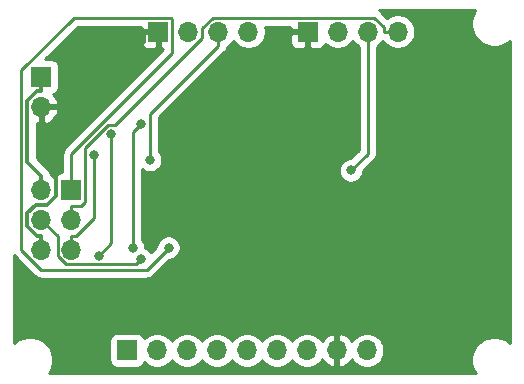
<source format=gbl>
G04 #@! TF.GenerationSoftware,KiCad,Pcbnew,5.1.7-a382d34a8~87~ubuntu20.04.1*
G04 #@! TF.CreationDate,2020-11-09T21:14:28-03:00*
G04 #@! TF.ProjectId,Arduino_Clone,41726475-696e-46f5-9f43-6c6f6e652e6b,1*
G04 #@! TF.SameCoordinates,Original*
G04 #@! TF.FileFunction,Copper,L2,Bot*
G04 #@! TF.FilePolarity,Positive*
%FSLAX46Y46*%
G04 Gerber Fmt 4.6, Leading zero omitted, Abs format (unit mm)*
G04 Created by KiCad (PCBNEW 5.1.7-a382d34a8~87~ubuntu20.04.1) date 2020-11-09 21:14:28*
%MOMM*%
%LPD*%
G01*
G04 APERTURE LIST*
G04 #@! TA.AperFunction,ComponentPad*
%ADD10R,1.700000X1.700000*%
G04 #@! TD*
G04 #@! TA.AperFunction,ComponentPad*
%ADD11O,1.700000X1.700000*%
G04 #@! TD*
G04 #@! TA.AperFunction,ViaPad*
%ADD12C,0.800000*%
G04 #@! TD*
G04 #@! TA.AperFunction,Conductor*
%ADD13C,0.300000*%
G04 #@! TD*
G04 #@! TA.AperFunction,Conductor*
%ADD14C,0.250000*%
G04 #@! TD*
G04 #@! TA.AperFunction,Conductor*
%ADD15C,0.254000*%
G04 #@! TD*
G04 #@! TA.AperFunction,Conductor*
%ADD16C,0.100000*%
G04 #@! TD*
G04 APERTURE END LIST*
D10*
X80645000Y-50482500D03*
D11*
X80645000Y-53022500D03*
X98171000Y-46672500D03*
X95631000Y-46672500D03*
X93091000Y-46672500D03*
D10*
X90551000Y-46672500D03*
X87884000Y-73660000D03*
D11*
X90424000Y-73660000D03*
X92964000Y-73660000D03*
X95504000Y-73660000D03*
X98044000Y-73660000D03*
X100584000Y-73660000D03*
X103124000Y-73660000D03*
X105664000Y-73660000D03*
X108204000Y-73660000D03*
D10*
X83185000Y-60071000D03*
D11*
X80645000Y-60071000D03*
X83185000Y-62611000D03*
X80645000Y-62611000D03*
X83185000Y-65151000D03*
X80645000Y-65151000D03*
D10*
X103188000Y-46672500D03*
D11*
X105728000Y-46672500D03*
X108268000Y-46672500D03*
X110808000Y-46672500D03*
D12*
X88376700Y-64986700D03*
X89106300Y-54479600D03*
X85507200Y-65642500D03*
X86574100Y-55305500D03*
X89859000Y-57533600D03*
X91404100Y-64966100D03*
X89098300Y-65948600D03*
X85081200Y-57092800D03*
X106845700Y-58420000D03*
D13*
X80645000Y-50482500D02*
X80645000Y-51682800D01*
X80645000Y-60071000D02*
X80645000Y-58870700D01*
X80645000Y-58870700D02*
X79444700Y-57670400D01*
X79444700Y-57670400D02*
X79444700Y-52507900D01*
X79444700Y-52507900D02*
X80269800Y-51682800D01*
X80269800Y-51682800D02*
X80645000Y-51682800D01*
X90551000Y-46672500D02*
X89350700Y-46672500D01*
X81648200Y-55225900D02*
X80645000Y-54222800D01*
X80645000Y-63950700D02*
X80269900Y-63950700D01*
X80269900Y-63950700D02*
X79441700Y-63122500D01*
X79441700Y-63122500D02*
X79441700Y-62045600D01*
X79441700Y-62045600D02*
X80146300Y-61341000D01*
X80146300Y-61341000D02*
X81128800Y-61341000D01*
X81128800Y-61341000D02*
X81906500Y-60563300D01*
X81906500Y-60563300D02*
X81906500Y-55484300D01*
X81906500Y-55484300D02*
X81648200Y-55225900D01*
X89350700Y-46672500D02*
X89350700Y-47523400D01*
X89350700Y-47523400D02*
X81648200Y-55225900D01*
X80645000Y-53022500D02*
X80645000Y-54222800D01*
X80645000Y-65151000D02*
X80645000Y-63950700D01*
X105664000Y-73660000D02*
X105664000Y-72459700D01*
X103188000Y-46672500D02*
X103188000Y-69983700D01*
X103188000Y-69983700D02*
X105664000Y-72459700D01*
D14*
X88376700Y-64986700D02*
X88376700Y-55209200D01*
X88376700Y-55209200D02*
X89106300Y-54479600D01*
X86574100Y-55305500D02*
X86574100Y-64575600D01*
X86574100Y-64575600D02*
X85507200Y-65642500D01*
X89859000Y-57533600D02*
X89859000Y-53619800D01*
X89859000Y-53619800D02*
X95631000Y-47847800D01*
X95631000Y-46672500D02*
X95631000Y-47847800D01*
X83185000Y-60071000D02*
X83185000Y-57032000D01*
X83185000Y-57032000D02*
X91726400Y-48490600D01*
X91726400Y-48490600D02*
X91726400Y-45641400D01*
X91726400Y-45641400D02*
X91582100Y-45497100D01*
X91582100Y-45497100D02*
X83389000Y-45497100D01*
X83389000Y-45497100D02*
X78936000Y-49950100D01*
X78936000Y-49950100D02*
X78936000Y-65138200D01*
X78936000Y-65138200D02*
X80616600Y-66818800D01*
X80616600Y-66818800D02*
X89551400Y-66818800D01*
X89551400Y-66818800D02*
X91404100Y-64966100D01*
X109632700Y-46672500D02*
X109632700Y-46305200D01*
X109632700Y-46305200D02*
X108817400Y-45489900D01*
X108817400Y-45489900D02*
X95149500Y-45489900D01*
X95149500Y-45489900D02*
X94266300Y-46373100D01*
X94266300Y-46373100D02*
X94266300Y-47188700D01*
X94266300Y-47188700D02*
X86874800Y-54580200D01*
X86874800Y-54580200D02*
X86273700Y-54580200D01*
X86273700Y-54580200D02*
X84337900Y-56516000D01*
X84337900Y-56516000D02*
X84337900Y-57784200D01*
X84337900Y-57784200D02*
X84360300Y-57806600D01*
X84360300Y-57806600D02*
X84360300Y-61068500D01*
X84360300Y-61068500D02*
X83993100Y-61435700D01*
X83993100Y-61435700D02*
X83185000Y-61435700D01*
X83185000Y-62611000D02*
X83185000Y-61435700D01*
X110808000Y-46672500D02*
X109632700Y-46672500D01*
X89098300Y-65948600D02*
X88678500Y-66368400D01*
X88678500Y-66368400D02*
X82682600Y-66368400D01*
X82682600Y-66368400D02*
X82009600Y-65695400D01*
X82009600Y-65695400D02*
X82009600Y-63975600D01*
X82009600Y-63975600D02*
X80645000Y-62611000D01*
X85081200Y-57092800D02*
X85081200Y-62446800D01*
X85081200Y-62446800D02*
X83552300Y-63975700D01*
X83552300Y-63975700D02*
X83185000Y-63975700D01*
X83185000Y-65151000D02*
X83185000Y-63975700D01*
X108268000Y-46672500D02*
X108268000Y-56997700D01*
X108268000Y-56997700D02*
X106845700Y-58420000D01*
D15*
X117249562Y-45063116D02*
X117102092Y-45419142D01*
X117026912Y-45797097D01*
X117026912Y-46182457D01*
X117102092Y-46560412D01*
X117249562Y-46916438D01*
X117463657Y-47236853D01*
X117736147Y-47509343D01*
X118056562Y-47723438D01*
X118412588Y-47870908D01*
X118790543Y-47946088D01*
X119175903Y-47946088D01*
X119553858Y-47870908D01*
X119909884Y-47723438D01*
X120230299Y-47509343D01*
X120307500Y-47432142D01*
X120307501Y-73011582D01*
X120246076Y-72950157D01*
X119925661Y-72736062D01*
X119569635Y-72588592D01*
X119191680Y-72513412D01*
X118806320Y-72513412D01*
X118428365Y-72588592D01*
X118072339Y-72736062D01*
X117751924Y-72950157D01*
X117479434Y-73222647D01*
X117265339Y-73543062D01*
X117117869Y-73899088D01*
X117042689Y-74277043D01*
X117042689Y-74662403D01*
X117117869Y-75040358D01*
X117265339Y-75396384D01*
X117403730Y-75603500D01*
X81287770Y-75603500D01*
X81426161Y-75396384D01*
X81573631Y-75040358D01*
X81648811Y-74662403D01*
X81648811Y-74277043D01*
X81573631Y-73899088D01*
X81426161Y-73543062D01*
X81212066Y-73222647D01*
X80939576Y-72950157D01*
X80729817Y-72810000D01*
X86395928Y-72810000D01*
X86395928Y-74510000D01*
X86408188Y-74634482D01*
X86444498Y-74754180D01*
X86503463Y-74864494D01*
X86582815Y-74961185D01*
X86679506Y-75040537D01*
X86789820Y-75099502D01*
X86909518Y-75135812D01*
X87034000Y-75148072D01*
X88734000Y-75148072D01*
X88858482Y-75135812D01*
X88978180Y-75099502D01*
X89088494Y-75040537D01*
X89185185Y-74961185D01*
X89264537Y-74864494D01*
X89323502Y-74754180D01*
X89345513Y-74681620D01*
X89477368Y-74813475D01*
X89720589Y-74975990D01*
X89990842Y-75087932D01*
X90277740Y-75145000D01*
X90570260Y-75145000D01*
X90857158Y-75087932D01*
X91127411Y-74975990D01*
X91370632Y-74813475D01*
X91577475Y-74606632D01*
X91694000Y-74432240D01*
X91810525Y-74606632D01*
X92017368Y-74813475D01*
X92260589Y-74975990D01*
X92530842Y-75087932D01*
X92817740Y-75145000D01*
X93110260Y-75145000D01*
X93397158Y-75087932D01*
X93667411Y-74975990D01*
X93910632Y-74813475D01*
X94117475Y-74606632D01*
X94234000Y-74432240D01*
X94350525Y-74606632D01*
X94557368Y-74813475D01*
X94800589Y-74975990D01*
X95070842Y-75087932D01*
X95357740Y-75145000D01*
X95650260Y-75145000D01*
X95937158Y-75087932D01*
X96207411Y-74975990D01*
X96450632Y-74813475D01*
X96657475Y-74606632D01*
X96774000Y-74432240D01*
X96890525Y-74606632D01*
X97097368Y-74813475D01*
X97340589Y-74975990D01*
X97610842Y-75087932D01*
X97897740Y-75145000D01*
X98190260Y-75145000D01*
X98477158Y-75087932D01*
X98747411Y-74975990D01*
X98990632Y-74813475D01*
X99197475Y-74606632D01*
X99314000Y-74432240D01*
X99430525Y-74606632D01*
X99637368Y-74813475D01*
X99880589Y-74975990D01*
X100150842Y-75087932D01*
X100437740Y-75145000D01*
X100730260Y-75145000D01*
X101017158Y-75087932D01*
X101287411Y-74975990D01*
X101530632Y-74813475D01*
X101737475Y-74606632D01*
X101854000Y-74432240D01*
X101970525Y-74606632D01*
X102177368Y-74813475D01*
X102420589Y-74975990D01*
X102690842Y-75087932D01*
X102977740Y-75145000D01*
X103270260Y-75145000D01*
X103557158Y-75087932D01*
X103827411Y-74975990D01*
X104070632Y-74813475D01*
X104277475Y-74606632D01*
X104399195Y-74424466D01*
X104468822Y-74541355D01*
X104663731Y-74757588D01*
X104897080Y-74931641D01*
X105159901Y-75056825D01*
X105307110Y-75101476D01*
X105537000Y-74980155D01*
X105537000Y-73787000D01*
X105517000Y-73787000D01*
X105517000Y-73533000D01*
X105537000Y-73533000D01*
X105537000Y-72339845D01*
X105791000Y-72339845D01*
X105791000Y-73533000D01*
X105811000Y-73533000D01*
X105811000Y-73787000D01*
X105791000Y-73787000D01*
X105791000Y-74980155D01*
X106020890Y-75101476D01*
X106168099Y-75056825D01*
X106430920Y-74931641D01*
X106664269Y-74757588D01*
X106859178Y-74541355D01*
X106928805Y-74424466D01*
X107050525Y-74606632D01*
X107257368Y-74813475D01*
X107500589Y-74975990D01*
X107770842Y-75087932D01*
X108057740Y-75145000D01*
X108350260Y-75145000D01*
X108637158Y-75087932D01*
X108907411Y-74975990D01*
X109150632Y-74813475D01*
X109357475Y-74606632D01*
X109519990Y-74363411D01*
X109631932Y-74093158D01*
X109689000Y-73806260D01*
X109689000Y-73513740D01*
X109631932Y-73226842D01*
X109519990Y-72956589D01*
X109357475Y-72713368D01*
X109150632Y-72506525D01*
X108907411Y-72344010D01*
X108637158Y-72232068D01*
X108350260Y-72175000D01*
X108057740Y-72175000D01*
X107770842Y-72232068D01*
X107500589Y-72344010D01*
X107257368Y-72506525D01*
X107050525Y-72713368D01*
X106928805Y-72895534D01*
X106859178Y-72778645D01*
X106664269Y-72562412D01*
X106430920Y-72388359D01*
X106168099Y-72263175D01*
X106020890Y-72218524D01*
X105791000Y-72339845D01*
X105537000Y-72339845D01*
X105307110Y-72218524D01*
X105159901Y-72263175D01*
X104897080Y-72388359D01*
X104663731Y-72562412D01*
X104468822Y-72778645D01*
X104399195Y-72895534D01*
X104277475Y-72713368D01*
X104070632Y-72506525D01*
X103827411Y-72344010D01*
X103557158Y-72232068D01*
X103270260Y-72175000D01*
X102977740Y-72175000D01*
X102690842Y-72232068D01*
X102420589Y-72344010D01*
X102177368Y-72506525D01*
X101970525Y-72713368D01*
X101854000Y-72887760D01*
X101737475Y-72713368D01*
X101530632Y-72506525D01*
X101287411Y-72344010D01*
X101017158Y-72232068D01*
X100730260Y-72175000D01*
X100437740Y-72175000D01*
X100150842Y-72232068D01*
X99880589Y-72344010D01*
X99637368Y-72506525D01*
X99430525Y-72713368D01*
X99314000Y-72887760D01*
X99197475Y-72713368D01*
X98990632Y-72506525D01*
X98747411Y-72344010D01*
X98477158Y-72232068D01*
X98190260Y-72175000D01*
X97897740Y-72175000D01*
X97610842Y-72232068D01*
X97340589Y-72344010D01*
X97097368Y-72506525D01*
X96890525Y-72713368D01*
X96774000Y-72887760D01*
X96657475Y-72713368D01*
X96450632Y-72506525D01*
X96207411Y-72344010D01*
X95937158Y-72232068D01*
X95650260Y-72175000D01*
X95357740Y-72175000D01*
X95070842Y-72232068D01*
X94800589Y-72344010D01*
X94557368Y-72506525D01*
X94350525Y-72713368D01*
X94234000Y-72887760D01*
X94117475Y-72713368D01*
X93910632Y-72506525D01*
X93667411Y-72344010D01*
X93397158Y-72232068D01*
X93110260Y-72175000D01*
X92817740Y-72175000D01*
X92530842Y-72232068D01*
X92260589Y-72344010D01*
X92017368Y-72506525D01*
X91810525Y-72713368D01*
X91694000Y-72887760D01*
X91577475Y-72713368D01*
X91370632Y-72506525D01*
X91127411Y-72344010D01*
X90857158Y-72232068D01*
X90570260Y-72175000D01*
X90277740Y-72175000D01*
X89990842Y-72232068D01*
X89720589Y-72344010D01*
X89477368Y-72506525D01*
X89345513Y-72638380D01*
X89323502Y-72565820D01*
X89264537Y-72455506D01*
X89185185Y-72358815D01*
X89088494Y-72279463D01*
X88978180Y-72220498D01*
X88858482Y-72184188D01*
X88734000Y-72171928D01*
X87034000Y-72171928D01*
X86909518Y-72184188D01*
X86789820Y-72220498D01*
X86679506Y-72279463D01*
X86582815Y-72358815D01*
X86503463Y-72455506D01*
X86444498Y-72565820D01*
X86408188Y-72685518D01*
X86395928Y-72810000D01*
X80729817Y-72810000D01*
X80619161Y-72736062D01*
X80263135Y-72588592D01*
X79885180Y-72513412D01*
X79499820Y-72513412D01*
X79121865Y-72588592D01*
X78765839Y-72736062D01*
X78445424Y-72950157D01*
X78320500Y-73075081D01*
X78320500Y-65586205D01*
X78353056Y-65625874D01*
X78396000Y-65678201D01*
X78424998Y-65701999D01*
X80052801Y-67329803D01*
X80076599Y-67358801D01*
X80192324Y-67453774D01*
X80324353Y-67524346D01*
X80467614Y-67567803D01*
X80579267Y-67578800D01*
X80579276Y-67578800D01*
X80616599Y-67582476D01*
X80653922Y-67578800D01*
X89514078Y-67578800D01*
X89551400Y-67582476D01*
X89588722Y-67578800D01*
X89588733Y-67578800D01*
X89700386Y-67567803D01*
X89843647Y-67524346D01*
X89975676Y-67453774D01*
X90091401Y-67358801D01*
X90115203Y-67329798D01*
X91443902Y-66001100D01*
X91506039Y-66001100D01*
X91705998Y-65961326D01*
X91894356Y-65883305D01*
X92063874Y-65770037D01*
X92208037Y-65625874D01*
X92321305Y-65456356D01*
X92399326Y-65267998D01*
X92439100Y-65068039D01*
X92439100Y-64864161D01*
X92399326Y-64664202D01*
X92321305Y-64475844D01*
X92208037Y-64306326D01*
X92063874Y-64162163D01*
X91894356Y-64048895D01*
X91705998Y-63970874D01*
X91506039Y-63931100D01*
X91302161Y-63931100D01*
X91102202Y-63970874D01*
X90913844Y-64048895D01*
X90744326Y-64162163D01*
X90600163Y-64306326D01*
X90486895Y-64475844D01*
X90408874Y-64664202D01*
X90369100Y-64864161D01*
X90369100Y-64926298D01*
X89944028Y-65351370D01*
X89902237Y-65288826D01*
X89758074Y-65144663D01*
X89588556Y-65031395D01*
X89411700Y-64958138D01*
X89411700Y-64884761D01*
X89371926Y-64684802D01*
X89293905Y-64496444D01*
X89180637Y-64326926D01*
X89136700Y-64282989D01*
X89136700Y-58275011D01*
X89199226Y-58337537D01*
X89368744Y-58450805D01*
X89557102Y-58528826D01*
X89757061Y-58568600D01*
X89960939Y-58568600D01*
X90160898Y-58528826D01*
X90349256Y-58450805D01*
X90518774Y-58337537D01*
X90662937Y-58193374D01*
X90776205Y-58023856D01*
X90854226Y-57835498D01*
X90894000Y-57635539D01*
X90894000Y-57431661D01*
X90854226Y-57231702D01*
X90776205Y-57043344D01*
X90662937Y-56873826D01*
X90619000Y-56829889D01*
X90619000Y-53934601D01*
X96142003Y-48411599D01*
X96171001Y-48387801D01*
X96265974Y-48272076D01*
X96336546Y-48140047D01*
X96380003Y-47996786D01*
X96384089Y-47955296D01*
X96577632Y-47825975D01*
X96784475Y-47619132D01*
X96901000Y-47444740D01*
X97017525Y-47619132D01*
X97224368Y-47825975D01*
X97467589Y-47988490D01*
X97737842Y-48100432D01*
X98024740Y-48157500D01*
X98317260Y-48157500D01*
X98604158Y-48100432D01*
X98874411Y-47988490D01*
X99117632Y-47825975D01*
X99324475Y-47619132D01*
X99389042Y-47522500D01*
X101699928Y-47522500D01*
X101712188Y-47646982D01*
X101748498Y-47766680D01*
X101807463Y-47876994D01*
X101886815Y-47973685D01*
X101983506Y-48053037D01*
X102093820Y-48112002D01*
X102213518Y-48148312D01*
X102338000Y-48160572D01*
X102902250Y-48157500D01*
X103061000Y-47998750D01*
X103061000Y-46799500D01*
X101861750Y-46799500D01*
X101703000Y-46958250D01*
X101699928Y-47522500D01*
X99389042Y-47522500D01*
X99486990Y-47375911D01*
X99598932Y-47105658D01*
X99656000Y-46818760D01*
X99656000Y-46526240D01*
X99601032Y-46249900D01*
X101702255Y-46249900D01*
X101703000Y-46386750D01*
X101861750Y-46545500D01*
X103061000Y-46545500D01*
X103061000Y-46525500D01*
X103315000Y-46525500D01*
X103315000Y-46545500D01*
X103335000Y-46545500D01*
X103335000Y-46799500D01*
X103315000Y-46799500D01*
X103315000Y-47998750D01*
X103473750Y-48157500D01*
X104038000Y-48160572D01*
X104162482Y-48148312D01*
X104282180Y-48112002D01*
X104392494Y-48053037D01*
X104489185Y-47973685D01*
X104568537Y-47876994D01*
X104627502Y-47766680D01*
X104649513Y-47694120D01*
X104781368Y-47825975D01*
X105024589Y-47988490D01*
X105294842Y-48100432D01*
X105581740Y-48157500D01*
X105874260Y-48157500D01*
X106161158Y-48100432D01*
X106431411Y-47988490D01*
X106674632Y-47825975D01*
X106881475Y-47619132D01*
X106998000Y-47444740D01*
X107114525Y-47619132D01*
X107321368Y-47825975D01*
X107508000Y-47950679D01*
X107508001Y-56682897D01*
X106805899Y-57385000D01*
X106743761Y-57385000D01*
X106543802Y-57424774D01*
X106355444Y-57502795D01*
X106185926Y-57616063D01*
X106041763Y-57760226D01*
X105928495Y-57929744D01*
X105850474Y-58118102D01*
X105810700Y-58318061D01*
X105810700Y-58521939D01*
X105850474Y-58721898D01*
X105928495Y-58910256D01*
X106041763Y-59079774D01*
X106185926Y-59223937D01*
X106355444Y-59337205D01*
X106543802Y-59415226D01*
X106743761Y-59455000D01*
X106947639Y-59455000D01*
X107147598Y-59415226D01*
X107335956Y-59337205D01*
X107505474Y-59223937D01*
X107649637Y-59079774D01*
X107762905Y-58910256D01*
X107840926Y-58721898D01*
X107880700Y-58521939D01*
X107880700Y-58459801D01*
X108779003Y-57561499D01*
X108808001Y-57537701D01*
X108895026Y-57431661D01*
X108902974Y-57421977D01*
X108973546Y-57289947D01*
X108987423Y-57244199D01*
X109017003Y-57146686D01*
X109028000Y-57035033D01*
X109028000Y-57035023D01*
X109031676Y-56997700D01*
X109028000Y-56960377D01*
X109028000Y-47950678D01*
X109214632Y-47825975D01*
X109421475Y-47619132D01*
X109538000Y-47444740D01*
X109654525Y-47619132D01*
X109861368Y-47825975D01*
X110104589Y-47988490D01*
X110374842Y-48100432D01*
X110661740Y-48157500D01*
X110954260Y-48157500D01*
X111241158Y-48100432D01*
X111511411Y-47988490D01*
X111754632Y-47825975D01*
X111961475Y-47619132D01*
X112123990Y-47375911D01*
X112235932Y-47105658D01*
X112293000Y-46818760D01*
X112293000Y-46526240D01*
X112235932Y-46239342D01*
X112123990Y-45969089D01*
X111961475Y-45725868D01*
X111754632Y-45519025D01*
X111511411Y-45356510D01*
X111241158Y-45244568D01*
X110954260Y-45187500D01*
X110661740Y-45187500D01*
X110374842Y-45244568D01*
X110104589Y-45356510D01*
X109897311Y-45495009D01*
X109381203Y-44978902D01*
X109357401Y-44949899D01*
X109242985Y-44856000D01*
X117387953Y-44856000D01*
X117249562Y-45063116D01*
G04 #@! TA.AperFunction,Conductor*
D16*
G36*
X117249562Y-45063116D02*
G01*
X117102092Y-45419142D01*
X117026912Y-45797097D01*
X117026912Y-46182457D01*
X117102092Y-46560412D01*
X117249562Y-46916438D01*
X117463657Y-47236853D01*
X117736147Y-47509343D01*
X118056562Y-47723438D01*
X118412588Y-47870908D01*
X118790543Y-47946088D01*
X119175903Y-47946088D01*
X119553858Y-47870908D01*
X119909884Y-47723438D01*
X120230299Y-47509343D01*
X120307500Y-47432142D01*
X120307501Y-73011582D01*
X120246076Y-72950157D01*
X119925661Y-72736062D01*
X119569635Y-72588592D01*
X119191680Y-72513412D01*
X118806320Y-72513412D01*
X118428365Y-72588592D01*
X118072339Y-72736062D01*
X117751924Y-72950157D01*
X117479434Y-73222647D01*
X117265339Y-73543062D01*
X117117869Y-73899088D01*
X117042689Y-74277043D01*
X117042689Y-74662403D01*
X117117869Y-75040358D01*
X117265339Y-75396384D01*
X117403730Y-75603500D01*
X81287770Y-75603500D01*
X81426161Y-75396384D01*
X81573631Y-75040358D01*
X81648811Y-74662403D01*
X81648811Y-74277043D01*
X81573631Y-73899088D01*
X81426161Y-73543062D01*
X81212066Y-73222647D01*
X80939576Y-72950157D01*
X80729817Y-72810000D01*
X86395928Y-72810000D01*
X86395928Y-74510000D01*
X86408188Y-74634482D01*
X86444498Y-74754180D01*
X86503463Y-74864494D01*
X86582815Y-74961185D01*
X86679506Y-75040537D01*
X86789820Y-75099502D01*
X86909518Y-75135812D01*
X87034000Y-75148072D01*
X88734000Y-75148072D01*
X88858482Y-75135812D01*
X88978180Y-75099502D01*
X89088494Y-75040537D01*
X89185185Y-74961185D01*
X89264537Y-74864494D01*
X89323502Y-74754180D01*
X89345513Y-74681620D01*
X89477368Y-74813475D01*
X89720589Y-74975990D01*
X89990842Y-75087932D01*
X90277740Y-75145000D01*
X90570260Y-75145000D01*
X90857158Y-75087932D01*
X91127411Y-74975990D01*
X91370632Y-74813475D01*
X91577475Y-74606632D01*
X91694000Y-74432240D01*
X91810525Y-74606632D01*
X92017368Y-74813475D01*
X92260589Y-74975990D01*
X92530842Y-75087932D01*
X92817740Y-75145000D01*
X93110260Y-75145000D01*
X93397158Y-75087932D01*
X93667411Y-74975990D01*
X93910632Y-74813475D01*
X94117475Y-74606632D01*
X94234000Y-74432240D01*
X94350525Y-74606632D01*
X94557368Y-74813475D01*
X94800589Y-74975990D01*
X95070842Y-75087932D01*
X95357740Y-75145000D01*
X95650260Y-75145000D01*
X95937158Y-75087932D01*
X96207411Y-74975990D01*
X96450632Y-74813475D01*
X96657475Y-74606632D01*
X96774000Y-74432240D01*
X96890525Y-74606632D01*
X97097368Y-74813475D01*
X97340589Y-74975990D01*
X97610842Y-75087932D01*
X97897740Y-75145000D01*
X98190260Y-75145000D01*
X98477158Y-75087932D01*
X98747411Y-74975990D01*
X98990632Y-74813475D01*
X99197475Y-74606632D01*
X99314000Y-74432240D01*
X99430525Y-74606632D01*
X99637368Y-74813475D01*
X99880589Y-74975990D01*
X100150842Y-75087932D01*
X100437740Y-75145000D01*
X100730260Y-75145000D01*
X101017158Y-75087932D01*
X101287411Y-74975990D01*
X101530632Y-74813475D01*
X101737475Y-74606632D01*
X101854000Y-74432240D01*
X101970525Y-74606632D01*
X102177368Y-74813475D01*
X102420589Y-74975990D01*
X102690842Y-75087932D01*
X102977740Y-75145000D01*
X103270260Y-75145000D01*
X103557158Y-75087932D01*
X103827411Y-74975990D01*
X104070632Y-74813475D01*
X104277475Y-74606632D01*
X104399195Y-74424466D01*
X104468822Y-74541355D01*
X104663731Y-74757588D01*
X104897080Y-74931641D01*
X105159901Y-75056825D01*
X105307110Y-75101476D01*
X105537000Y-74980155D01*
X105537000Y-73787000D01*
X105517000Y-73787000D01*
X105517000Y-73533000D01*
X105537000Y-73533000D01*
X105537000Y-72339845D01*
X105791000Y-72339845D01*
X105791000Y-73533000D01*
X105811000Y-73533000D01*
X105811000Y-73787000D01*
X105791000Y-73787000D01*
X105791000Y-74980155D01*
X106020890Y-75101476D01*
X106168099Y-75056825D01*
X106430920Y-74931641D01*
X106664269Y-74757588D01*
X106859178Y-74541355D01*
X106928805Y-74424466D01*
X107050525Y-74606632D01*
X107257368Y-74813475D01*
X107500589Y-74975990D01*
X107770842Y-75087932D01*
X108057740Y-75145000D01*
X108350260Y-75145000D01*
X108637158Y-75087932D01*
X108907411Y-74975990D01*
X109150632Y-74813475D01*
X109357475Y-74606632D01*
X109519990Y-74363411D01*
X109631932Y-74093158D01*
X109689000Y-73806260D01*
X109689000Y-73513740D01*
X109631932Y-73226842D01*
X109519990Y-72956589D01*
X109357475Y-72713368D01*
X109150632Y-72506525D01*
X108907411Y-72344010D01*
X108637158Y-72232068D01*
X108350260Y-72175000D01*
X108057740Y-72175000D01*
X107770842Y-72232068D01*
X107500589Y-72344010D01*
X107257368Y-72506525D01*
X107050525Y-72713368D01*
X106928805Y-72895534D01*
X106859178Y-72778645D01*
X106664269Y-72562412D01*
X106430920Y-72388359D01*
X106168099Y-72263175D01*
X106020890Y-72218524D01*
X105791000Y-72339845D01*
X105537000Y-72339845D01*
X105307110Y-72218524D01*
X105159901Y-72263175D01*
X104897080Y-72388359D01*
X104663731Y-72562412D01*
X104468822Y-72778645D01*
X104399195Y-72895534D01*
X104277475Y-72713368D01*
X104070632Y-72506525D01*
X103827411Y-72344010D01*
X103557158Y-72232068D01*
X103270260Y-72175000D01*
X102977740Y-72175000D01*
X102690842Y-72232068D01*
X102420589Y-72344010D01*
X102177368Y-72506525D01*
X101970525Y-72713368D01*
X101854000Y-72887760D01*
X101737475Y-72713368D01*
X101530632Y-72506525D01*
X101287411Y-72344010D01*
X101017158Y-72232068D01*
X100730260Y-72175000D01*
X100437740Y-72175000D01*
X100150842Y-72232068D01*
X99880589Y-72344010D01*
X99637368Y-72506525D01*
X99430525Y-72713368D01*
X99314000Y-72887760D01*
X99197475Y-72713368D01*
X98990632Y-72506525D01*
X98747411Y-72344010D01*
X98477158Y-72232068D01*
X98190260Y-72175000D01*
X97897740Y-72175000D01*
X97610842Y-72232068D01*
X97340589Y-72344010D01*
X97097368Y-72506525D01*
X96890525Y-72713368D01*
X96774000Y-72887760D01*
X96657475Y-72713368D01*
X96450632Y-72506525D01*
X96207411Y-72344010D01*
X95937158Y-72232068D01*
X95650260Y-72175000D01*
X95357740Y-72175000D01*
X95070842Y-72232068D01*
X94800589Y-72344010D01*
X94557368Y-72506525D01*
X94350525Y-72713368D01*
X94234000Y-72887760D01*
X94117475Y-72713368D01*
X93910632Y-72506525D01*
X93667411Y-72344010D01*
X93397158Y-72232068D01*
X93110260Y-72175000D01*
X92817740Y-72175000D01*
X92530842Y-72232068D01*
X92260589Y-72344010D01*
X92017368Y-72506525D01*
X91810525Y-72713368D01*
X91694000Y-72887760D01*
X91577475Y-72713368D01*
X91370632Y-72506525D01*
X91127411Y-72344010D01*
X90857158Y-72232068D01*
X90570260Y-72175000D01*
X90277740Y-72175000D01*
X89990842Y-72232068D01*
X89720589Y-72344010D01*
X89477368Y-72506525D01*
X89345513Y-72638380D01*
X89323502Y-72565820D01*
X89264537Y-72455506D01*
X89185185Y-72358815D01*
X89088494Y-72279463D01*
X88978180Y-72220498D01*
X88858482Y-72184188D01*
X88734000Y-72171928D01*
X87034000Y-72171928D01*
X86909518Y-72184188D01*
X86789820Y-72220498D01*
X86679506Y-72279463D01*
X86582815Y-72358815D01*
X86503463Y-72455506D01*
X86444498Y-72565820D01*
X86408188Y-72685518D01*
X86395928Y-72810000D01*
X80729817Y-72810000D01*
X80619161Y-72736062D01*
X80263135Y-72588592D01*
X79885180Y-72513412D01*
X79499820Y-72513412D01*
X79121865Y-72588592D01*
X78765839Y-72736062D01*
X78445424Y-72950157D01*
X78320500Y-73075081D01*
X78320500Y-65586205D01*
X78353056Y-65625874D01*
X78396000Y-65678201D01*
X78424998Y-65701999D01*
X80052801Y-67329803D01*
X80076599Y-67358801D01*
X80192324Y-67453774D01*
X80324353Y-67524346D01*
X80467614Y-67567803D01*
X80579267Y-67578800D01*
X80579276Y-67578800D01*
X80616599Y-67582476D01*
X80653922Y-67578800D01*
X89514078Y-67578800D01*
X89551400Y-67582476D01*
X89588722Y-67578800D01*
X89588733Y-67578800D01*
X89700386Y-67567803D01*
X89843647Y-67524346D01*
X89975676Y-67453774D01*
X90091401Y-67358801D01*
X90115203Y-67329798D01*
X91443902Y-66001100D01*
X91506039Y-66001100D01*
X91705998Y-65961326D01*
X91894356Y-65883305D01*
X92063874Y-65770037D01*
X92208037Y-65625874D01*
X92321305Y-65456356D01*
X92399326Y-65267998D01*
X92439100Y-65068039D01*
X92439100Y-64864161D01*
X92399326Y-64664202D01*
X92321305Y-64475844D01*
X92208037Y-64306326D01*
X92063874Y-64162163D01*
X91894356Y-64048895D01*
X91705998Y-63970874D01*
X91506039Y-63931100D01*
X91302161Y-63931100D01*
X91102202Y-63970874D01*
X90913844Y-64048895D01*
X90744326Y-64162163D01*
X90600163Y-64306326D01*
X90486895Y-64475844D01*
X90408874Y-64664202D01*
X90369100Y-64864161D01*
X90369100Y-64926298D01*
X89944028Y-65351370D01*
X89902237Y-65288826D01*
X89758074Y-65144663D01*
X89588556Y-65031395D01*
X89411700Y-64958138D01*
X89411700Y-64884761D01*
X89371926Y-64684802D01*
X89293905Y-64496444D01*
X89180637Y-64326926D01*
X89136700Y-64282989D01*
X89136700Y-58275011D01*
X89199226Y-58337537D01*
X89368744Y-58450805D01*
X89557102Y-58528826D01*
X89757061Y-58568600D01*
X89960939Y-58568600D01*
X90160898Y-58528826D01*
X90349256Y-58450805D01*
X90518774Y-58337537D01*
X90662937Y-58193374D01*
X90776205Y-58023856D01*
X90854226Y-57835498D01*
X90894000Y-57635539D01*
X90894000Y-57431661D01*
X90854226Y-57231702D01*
X90776205Y-57043344D01*
X90662937Y-56873826D01*
X90619000Y-56829889D01*
X90619000Y-53934601D01*
X96142003Y-48411599D01*
X96171001Y-48387801D01*
X96265974Y-48272076D01*
X96336546Y-48140047D01*
X96380003Y-47996786D01*
X96384089Y-47955296D01*
X96577632Y-47825975D01*
X96784475Y-47619132D01*
X96901000Y-47444740D01*
X97017525Y-47619132D01*
X97224368Y-47825975D01*
X97467589Y-47988490D01*
X97737842Y-48100432D01*
X98024740Y-48157500D01*
X98317260Y-48157500D01*
X98604158Y-48100432D01*
X98874411Y-47988490D01*
X99117632Y-47825975D01*
X99324475Y-47619132D01*
X99389042Y-47522500D01*
X101699928Y-47522500D01*
X101712188Y-47646982D01*
X101748498Y-47766680D01*
X101807463Y-47876994D01*
X101886815Y-47973685D01*
X101983506Y-48053037D01*
X102093820Y-48112002D01*
X102213518Y-48148312D01*
X102338000Y-48160572D01*
X102902250Y-48157500D01*
X103061000Y-47998750D01*
X103061000Y-46799500D01*
X101861750Y-46799500D01*
X101703000Y-46958250D01*
X101699928Y-47522500D01*
X99389042Y-47522500D01*
X99486990Y-47375911D01*
X99598932Y-47105658D01*
X99656000Y-46818760D01*
X99656000Y-46526240D01*
X99601032Y-46249900D01*
X101702255Y-46249900D01*
X101703000Y-46386750D01*
X101861750Y-46545500D01*
X103061000Y-46545500D01*
X103061000Y-46525500D01*
X103315000Y-46525500D01*
X103315000Y-46545500D01*
X103335000Y-46545500D01*
X103335000Y-46799500D01*
X103315000Y-46799500D01*
X103315000Y-47998750D01*
X103473750Y-48157500D01*
X104038000Y-48160572D01*
X104162482Y-48148312D01*
X104282180Y-48112002D01*
X104392494Y-48053037D01*
X104489185Y-47973685D01*
X104568537Y-47876994D01*
X104627502Y-47766680D01*
X104649513Y-47694120D01*
X104781368Y-47825975D01*
X105024589Y-47988490D01*
X105294842Y-48100432D01*
X105581740Y-48157500D01*
X105874260Y-48157500D01*
X106161158Y-48100432D01*
X106431411Y-47988490D01*
X106674632Y-47825975D01*
X106881475Y-47619132D01*
X106998000Y-47444740D01*
X107114525Y-47619132D01*
X107321368Y-47825975D01*
X107508000Y-47950679D01*
X107508001Y-56682897D01*
X106805899Y-57385000D01*
X106743761Y-57385000D01*
X106543802Y-57424774D01*
X106355444Y-57502795D01*
X106185926Y-57616063D01*
X106041763Y-57760226D01*
X105928495Y-57929744D01*
X105850474Y-58118102D01*
X105810700Y-58318061D01*
X105810700Y-58521939D01*
X105850474Y-58721898D01*
X105928495Y-58910256D01*
X106041763Y-59079774D01*
X106185926Y-59223937D01*
X106355444Y-59337205D01*
X106543802Y-59415226D01*
X106743761Y-59455000D01*
X106947639Y-59455000D01*
X107147598Y-59415226D01*
X107335956Y-59337205D01*
X107505474Y-59223937D01*
X107649637Y-59079774D01*
X107762905Y-58910256D01*
X107840926Y-58721898D01*
X107880700Y-58521939D01*
X107880700Y-58459801D01*
X108779003Y-57561499D01*
X108808001Y-57537701D01*
X108895026Y-57431661D01*
X108902974Y-57421977D01*
X108973546Y-57289947D01*
X108987423Y-57244199D01*
X109017003Y-57146686D01*
X109028000Y-57035033D01*
X109028000Y-57035023D01*
X109031676Y-56997700D01*
X109028000Y-56960377D01*
X109028000Y-47950678D01*
X109214632Y-47825975D01*
X109421475Y-47619132D01*
X109538000Y-47444740D01*
X109654525Y-47619132D01*
X109861368Y-47825975D01*
X110104589Y-47988490D01*
X110374842Y-48100432D01*
X110661740Y-48157500D01*
X110954260Y-48157500D01*
X111241158Y-48100432D01*
X111511411Y-47988490D01*
X111754632Y-47825975D01*
X111961475Y-47619132D01*
X112123990Y-47375911D01*
X112235932Y-47105658D01*
X112293000Y-46818760D01*
X112293000Y-46526240D01*
X112235932Y-46239342D01*
X112123990Y-45969089D01*
X111961475Y-45725868D01*
X111754632Y-45519025D01*
X111511411Y-45356510D01*
X111241158Y-45244568D01*
X110954260Y-45187500D01*
X110661740Y-45187500D01*
X110374842Y-45244568D01*
X110104589Y-45356510D01*
X109897311Y-45495009D01*
X109381203Y-44978902D01*
X109357401Y-44949899D01*
X109242985Y-44856000D01*
X117387953Y-44856000D01*
X117249562Y-45063116D01*
G37*
G04 #@! TD.AperFunction*
D15*
X80772000Y-65024000D02*
X80792000Y-65024000D01*
X80792000Y-65278000D01*
X80772000Y-65278000D01*
X80772000Y-65298000D01*
X80518000Y-65298000D01*
X80518000Y-65278000D01*
X80498000Y-65278000D01*
X80498000Y-65024000D01*
X80518000Y-65024000D01*
X80518000Y-65004000D01*
X80772000Y-65004000D01*
X80772000Y-65024000D01*
G04 #@! TA.AperFunction,Conductor*
D16*
G36*
X80772000Y-65024000D02*
G01*
X80792000Y-65024000D01*
X80792000Y-65278000D01*
X80772000Y-65278000D01*
X80772000Y-65298000D01*
X80518000Y-65298000D01*
X80518000Y-65278000D01*
X80498000Y-65278000D01*
X80498000Y-65024000D01*
X80518000Y-65024000D01*
X80518000Y-65004000D01*
X80772000Y-65004000D01*
X80772000Y-65024000D01*
G37*
G04 #@! TD.AperFunction*
D15*
X89066000Y-46386750D02*
X89224750Y-46545500D01*
X90424000Y-46545500D01*
X90424000Y-46525500D01*
X90678000Y-46525500D01*
X90678000Y-46545500D01*
X90698000Y-46545500D01*
X90698000Y-46799500D01*
X90678000Y-46799500D01*
X90678000Y-47998750D01*
X90836750Y-48157500D01*
X90966400Y-48158206D01*
X90966400Y-48175798D01*
X82673998Y-56468201D01*
X82645000Y-56491999D01*
X82621202Y-56520997D01*
X82621201Y-56520998D01*
X82550026Y-56607724D01*
X82479454Y-56739754D01*
X82435998Y-56883015D01*
X82421324Y-57032000D01*
X82425001Y-57069332D01*
X82425000Y-58582928D01*
X82335000Y-58582928D01*
X82210518Y-58595188D01*
X82090820Y-58631498D01*
X81980506Y-58690463D01*
X81883815Y-58769815D01*
X81804463Y-58866506D01*
X81745498Y-58976820D01*
X81723487Y-59049380D01*
X81591632Y-58917525D01*
X81427616Y-58807933D01*
X81426020Y-58791726D01*
X81418642Y-58716813D01*
X81373754Y-58568840D01*
X81362549Y-58547877D01*
X81300862Y-58432467D01*
X81202764Y-58312936D01*
X81172810Y-58288353D01*
X80229700Y-57345243D01*
X80229700Y-54443262D01*
X80288109Y-54463981D01*
X80518000Y-54343314D01*
X80518000Y-53149500D01*
X80772000Y-53149500D01*
X80772000Y-54343314D01*
X81001891Y-54463981D01*
X81276252Y-54366657D01*
X81526355Y-54217678D01*
X81742588Y-54022769D01*
X81916641Y-53789420D01*
X82041825Y-53526599D01*
X82086476Y-53379390D01*
X81965155Y-53149500D01*
X80772000Y-53149500D01*
X80518000Y-53149500D01*
X80498000Y-53149500D01*
X80498000Y-52895500D01*
X80518000Y-52895500D01*
X80518000Y-52875500D01*
X80772000Y-52875500D01*
X80772000Y-52895500D01*
X81965155Y-52895500D01*
X82086476Y-52665610D01*
X82041825Y-52518401D01*
X81916641Y-52255580D01*
X81742588Y-52022231D01*
X81658534Y-51946466D01*
X81739180Y-51922002D01*
X81849494Y-51863037D01*
X81946185Y-51783685D01*
X82025537Y-51686994D01*
X82084502Y-51576680D01*
X82120812Y-51456982D01*
X82133072Y-51332500D01*
X82133072Y-49632500D01*
X82120812Y-49508018D01*
X82084502Y-49388320D01*
X82025537Y-49278006D01*
X81946185Y-49181315D01*
X81849494Y-49101963D01*
X81739180Y-49042998D01*
X81619482Y-49006688D01*
X81495000Y-48994428D01*
X80966473Y-48994428D01*
X82438401Y-47522500D01*
X89062928Y-47522500D01*
X89075188Y-47646982D01*
X89111498Y-47766680D01*
X89170463Y-47876994D01*
X89249815Y-47973685D01*
X89346506Y-48053037D01*
X89456820Y-48112002D01*
X89576518Y-48148312D01*
X89701000Y-48160572D01*
X90265250Y-48157500D01*
X90424000Y-47998750D01*
X90424000Y-46799500D01*
X89224750Y-46799500D01*
X89066000Y-46958250D01*
X89062928Y-47522500D01*
X82438401Y-47522500D01*
X83703802Y-46257100D01*
X89065294Y-46257100D01*
X89066000Y-46386750D01*
G04 #@! TA.AperFunction,Conductor*
D16*
G36*
X89066000Y-46386750D02*
G01*
X89224750Y-46545500D01*
X90424000Y-46545500D01*
X90424000Y-46525500D01*
X90678000Y-46525500D01*
X90678000Y-46545500D01*
X90698000Y-46545500D01*
X90698000Y-46799500D01*
X90678000Y-46799500D01*
X90678000Y-47998750D01*
X90836750Y-48157500D01*
X90966400Y-48158206D01*
X90966400Y-48175798D01*
X82673998Y-56468201D01*
X82645000Y-56491999D01*
X82621202Y-56520997D01*
X82621201Y-56520998D01*
X82550026Y-56607724D01*
X82479454Y-56739754D01*
X82435998Y-56883015D01*
X82421324Y-57032000D01*
X82425001Y-57069332D01*
X82425000Y-58582928D01*
X82335000Y-58582928D01*
X82210518Y-58595188D01*
X82090820Y-58631498D01*
X81980506Y-58690463D01*
X81883815Y-58769815D01*
X81804463Y-58866506D01*
X81745498Y-58976820D01*
X81723487Y-59049380D01*
X81591632Y-58917525D01*
X81427616Y-58807933D01*
X81426020Y-58791726D01*
X81418642Y-58716813D01*
X81373754Y-58568840D01*
X81362549Y-58547877D01*
X81300862Y-58432467D01*
X81202764Y-58312936D01*
X81172810Y-58288353D01*
X80229700Y-57345243D01*
X80229700Y-54443262D01*
X80288109Y-54463981D01*
X80518000Y-54343314D01*
X80518000Y-53149500D01*
X80772000Y-53149500D01*
X80772000Y-54343314D01*
X81001891Y-54463981D01*
X81276252Y-54366657D01*
X81526355Y-54217678D01*
X81742588Y-54022769D01*
X81916641Y-53789420D01*
X82041825Y-53526599D01*
X82086476Y-53379390D01*
X81965155Y-53149500D01*
X80772000Y-53149500D01*
X80518000Y-53149500D01*
X80498000Y-53149500D01*
X80498000Y-52895500D01*
X80518000Y-52895500D01*
X80518000Y-52875500D01*
X80772000Y-52875500D01*
X80772000Y-52895500D01*
X81965155Y-52895500D01*
X82086476Y-52665610D01*
X82041825Y-52518401D01*
X81916641Y-52255580D01*
X81742588Y-52022231D01*
X81658534Y-51946466D01*
X81739180Y-51922002D01*
X81849494Y-51863037D01*
X81946185Y-51783685D01*
X82025537Y-51686994D01*
X82084502Y-51576680D01*
X82120812Y-51456982D01*
X82133072Y-51332500D01*
X82133072Y-49632500D01*
X82120812Y-49508018D01*
X82084502Y-49388320D01*
X82025537Y-49278006D01*
X81946185Y-49181315D01*
X81849494Y-49101963D01*
X81739180Y-49042998D01*
X81619482Y-49006688D01*
X81495000Y-48994428D01*
X80966473Y-48994428D01*
X82438401Y-47522500D01*
X89062928Y-47522500D01*
X89075188Y-47646982D01*
X89111498Y-47766680D01*
X89170463Y-47876994D01*
X89249815Y-47973685D01*
X89346506Y-48053037D01*
X89456820Y-48112002D01*
X89576518Y-48148312D01*
X89701000Y-48160572D01*
X90265250Y-48157500D01*
X90424000Y-47998750D01*
X90424000Y-46799500D01*
X89224750Y-46799500D01*
X89066000Y-46958250D01*
X89062928Y-47522500D01*
X82438401Y-47522500D01*
X83703802Y-46257100D01*
X89065294Y-46257100D01*
X89066000Y-46386750D01*
G37*
G04 #@! TD.AperFunction*
M02*

</source>
